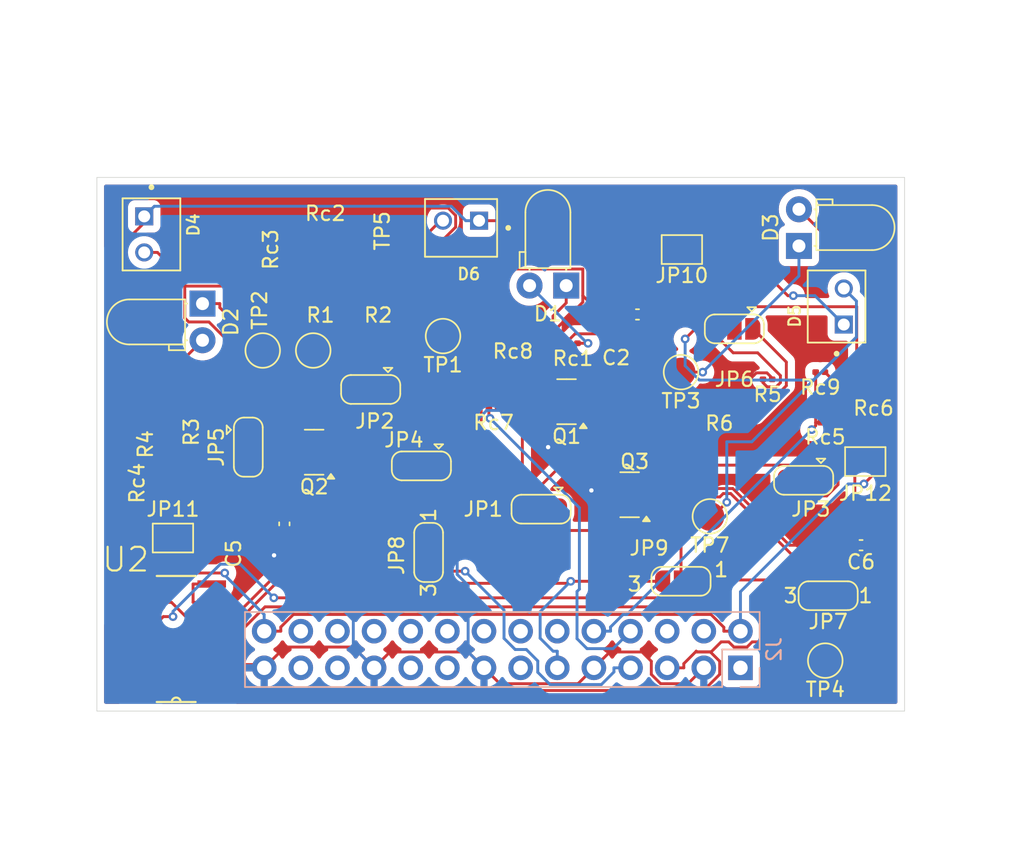
<source format=kicad_pcb>
(kicad_pcb (version 20240108) (generator "pcbnew") (generator_version "8.0")
  (layers (0 "F.Cu" signal) (31 "B.Cu" signal) (34 "B.Paste" user) (35 "F.Paste" user) (36 "B.SilkS" user "B.Silkscreen") (37 "F.SilkS" user "F.Silkscreen") (38 "B.Mask" user) (39 "F.Mask" user) (44 "Edge.Cuts" user))
  (net 0 "")
  (net 1 "Net-(D1-A)")
  (net 2 "Net-(D1-K)")
  (net 3 "Net-(D2-A)")
  (net 4 "Net-(D2-K)")
  (net 5 "Net-(D3-A)")
  (net 6 "Net-(D3-K)")
  (net 7 "PA3")
  (net 8 "3V3")
  (net 9 "Net-(JP10-B)")
  (net 10 "Net-(JP11-B)")
  (net 11 "Net-(JP12-B)")
  (net 12 "Output2")
  (net 13 "GND")
  (net 14 "+3V3")
  (net 15 "Output3")
  (net 16 "OUT1")
  (net 17 "Net-(JP4-B)")
  (net 18 "Net-(JP5-B)")
  (net 19 "Net-(JP6-B)")
  (net 27 "PA4")
  (net 32 "PE14")
  (net 33 "PE15")
  (net 38 "PA5")
  (net 40 "Net-(JP1-A)")
  (net 41 "Net-(JP1-B)")
  (net 42 "Net-(JP1-C)")
  (net 43 "Net-(JP2-C)")
  (net 44 "Net-(JP2-A)")
  (net 45 "Net-(JP2-B)")
  (net 46 "Net-(JP3-A)")
  (net 47 "Net-(JP3-B)")
  (net 48 "Net-(JP3-C)")
  (net 49 "Net-(JP4-A)")
  (net 50 "Net-(JP5-A)")
  (net 51 "Net-(JP6-A)")
  (net 52 "POS1")
  (net 53 "POS2")
  (net 54 "POS3")
  (net 55 "PE13")
  (net 57 "Net-(U2-NEG_2)")
  (footprint "LED_THT:LED_D3.0mm_Horizontal_O1.27mm_Z2.0mm_IRBlack" (layer "F.Cu") (at 56.04 53.55 -90)
    (property "Reference" "D2")
    (property "Value" "TSAL4400")
  )
  (footprint "Resistor_SMD:R_0201_0603Metric" (layer "F.Cu") (at 59.715 49.8 -90)
    (property "Reference" "Rc3")
    (property "Value" "470")
  )
  (footprint "Jumper:SolderJumper-3_P1.3mm_Open_RoundedPad1.0x1.5mm_NumberLabels" (layer "F.Cu") (at 89.215 72.8 180)
    (property "Reference" "JP9")
    (property "Value" "SolderJumper_3_Open" (hide yes))
  )
  (footprint "Capacitor_SMD:C_0402_1005Metric" (layer "F.Cu") (at 101.695 70.3 180)
    (property "Reference" "C6")
    (property "Value" "10n")
  )
  (footprint "LED_THT:LED_D3.0mm_Horizontal_O1.27mm_Z2.0mm_IRBlack" (layer "F.Cu") (at 81.255 52.3 180)
    (property "Reference" "D1")
    (property "Value" "TSAL4400")
  )
  (footprint "Capacitor_SMD:C_0402_1005Metric" (layer "F.Cu") (at 61.715 68.82 -90)
    (property "Reference" "C5")
    (property "Value" "10n")
  )
  (footprint "Resistor_SMD:R_0201_0603Metric" (layer "F.Cu") (at 101.715 58.3 180)
    (property "Reference" "Rc6")
    (property "Value" "20")
  )
  (footprint "Jumper:SolderJumper-2_P1.3mm_Open_TrianglePad1.0x1.5mm" (layer "F.Cu") (at 53.99 69.8)
    (property "Reference" "JP11")
    (property "Value" "SolderJumper_2_Open" (hide yes))
  )
  (footprint "Resistor_SMD:R_0201_0603Metric" (layer "F.Cu") (at 68.215 53.3 180)
    (property "Reference" "R2")
    (property "Value" "150k")
  )
  (footprint "TestPoint:TestPoint_Pad_D2.0mm" (layer "F.Cu") (at 89.215 58.3 180)
    (property "Reference" "TP3")
    (property "Value" "TestPoint" (hide yes))
  )
  (footprint "Jumper:SolderJumper-3_P1.3mm_Open_RoundedPad1.0x1.5mm" (layer "F.Cu") (at 59.215 63.5 -90)
    (property "Reference" "JP5")
    (property "Value" "SolderJumper_3_Open" (hide yes))
  )
  (footprint "Resistor_SMD:R_0201_0603Metric" (layer "F.Cu") (at 95.215 58.8 180)
    (property "Reference" "R5")
    (property "Value" "10k")
  )
  (footprint "Jumper:SolderJumper-3_P1.3mm_Open_RoundedPad1.0x1.5mm" (layer "F.Cu") (at 92.915 55.3 180)
    (property "Reference" "JP6")
    (property "Value" "SolderJumper_3_Open" (hide yes))
  )
  (footprint "TestPoint:TestPoint_Pad_D2.0mm" (layer "F.Cu") (at 72.715 55.8 180)
    (property "Reference" "TP1")
    (property "Value" "TestPoint")
  )
  (footprint "Jumper:SolderJumper-3_P1.3mm_Open_RoundedPad1.0x1.5mm" (layer "F.Cu") (at 67.7 59.5 180)
    (property "Reference" "JP2")
    (property "Value" "SolderJumper_3_Open" (hide yes))
  )
  (footprint "Jumper:SolderJumper-3_P1.3mm_Open_RoundedPad1.0x1.5mm" (layer "F.Cu") (at 79.515 67.8 180)
    (property "Reference" "JP1")
    (property "Value" "SolderJumper_3_Open" (hide yes))
  )
  (footprint "Resistor_SMD:R_0201_0603Metric" (layer "F.Cu") (at 81.715 56.3 180)
    (property "Reference" "Rc1")
    (property "Value" "20")
  )
  (footprint "Resistor_SMD:R_0201_0603Metric" (layer "F.Cu") (at 54.215 62.455 -90)
    (property "Reference" "R3")
    (property "Value" "10k")
  )
  (footprint "Resistor_SMD:R_0201_0603Metric" (layer "F.Cu") (at 64.715 48.8 180)
    (property "Reference" "Rc2")
    (property "Value" "1k")
  )
  (footprint "TestPoint:TestPoint_Pad_D2.0mm" (layer "F.Cu") (at 99.215 78.3 180)
    (property "Reference" "TP4")
    (property "Value" "TestPoint" (hide yes))
  )
  (footprint "TestPoint:TestPoint_Pad_D2.0mm" (layer "F.Cu") (at 91.215 68.3 180)
    (property "Reference" "TP7")
    (property "Value" "TestPoint" (hide yes))
  )
  (footprint "Jumper:SolderJumper-3_P1.3mm_Open_RoundedPad1.0x1.5mm" (layer "F.Cu") (at 71.215 64.8 180)
    (property "Reference" "JP4")
    (property "Value" "SolderJumper_3_Open" (hide yes))
  )
  (footprint "BPW41N:DIO_BPW41N" (layer "F.Cu") (at 73.965 47.8 180)
    (property "Reference" "D6")
    (property "Value" "BPW41N")
  )
  (footprint "Resistor_SMD:R_0201_0603Metric" (layer "F.Cu") (at 77.56 55.8 180)
    (property "Reference" "Rc8")
    (property "Value" "1k")
  )
  (footprint "Resistor_SMD:R_0201_0603Metric" (layer "F.Cu") (at 76.215 60.8 180)
    (property "Reference" "Rc7")
    (property "Value" "470")
  )
  (footprint "Resistor_SMD:R_0201_0603Metric" (layer "F.Cu") (at 51.035 63.3 -90)
    (property "Reference" "R4")
    (property "Value" "150k")
  )
  (footprint "Capacitor_SMD:C_0402_1005Metric" (layer "F.Cu") (at 86.195 54.3 180)
    (property "Reference" "C2")
    (property "Value" "10n")
  )
  (footprint "Jumper:SolderJumper-3_P1.3mm_Open_RoundedPad1.0x1.5mm_NumberLabels" (layer "F.Cu") (at 71.715 70.8 -90)
    (property "Reference" "JP8")
    (property "Value" "SolderJumper_3_Open" (hide yes))
  )
  (footprint "BPW41N:DIO_BPW41N" (layer "F.Cu") (at 52 48.75 -90)
    (property "Reference" "D4")
    (property "Value" "BPW41N")
  )
  (footprint "Jumper:SolderJumper-3_P1.3mm_Open_RoundedPad1.0x1.5mm" (layer "F.Cu") (at 97.715 65.8 180)
    (property "Reference" "JP3")
    (property "Value" "SolderJumper_3_Open" (hide yes))
  )
  (footprint "LED_THT:LED_D3.0mm_Horizontal_O1.27mm_Z2.0mm_IRBlack" (layer "F.Cu") (at 97.39 49.55 90)
    (property "Reference" "D3")
    (property "Value" "TSAL4400")
  )
  (footprint "BPW41N:DIO_BPW41N" (layer "F.Cu") (at 100.5 53.75 90)
    (property "Reference" "D5")
    (property "Value" "BPW41N")
  )
  (footprint "Resistor_SMD:R_0201_0603Metric" (layer "F.Cu") (at 98.87 58.3 180)
    (property "Reference" "Rc9")
    (property "Value" "470")
  )
  (footprint "Resistor_SMD:R_0201_0603Metric" (layer "F.Cu") (at 50.715 65.955 -90)
    (property "Reference" "Rc4")
    (property "Value" "20")
  )
  (footprint "Jumper:SolderJumper-2_P1.3mm_Open_TrianglePad1.0x1.5mm" (layer "F.Cu") (at 89.275 49.8 180)
    (property "Reference" "JP10")
    (property "Value" "SolderJumper_2_Open" (hide yes))
  )
  (footprint "LM324DT:SOIC127P600X175-14N" (layer "F.Cu") (at 54.215 76.8 180)
    (property "Reference" "U2")
    (property "Value" "LM324DT" (hide yes))
  )
  (footprint "Package_TO_SOT_SMD:SOT-23" (layer "F.Cu") (at 63.7775 63.85 180)
    (property "Reference" "Q2")
    (property "Value" "SS8050" (hide yes))
  )
  (footprint "Package_TO_SOT_SMD:SOT-23" (layer "F.Cu") (at 85.6525 66.8 180)
    (property "Reference" "Q3")
    (property "Value" "SS8050" (hide yes))
  )
  (footprint "Resistor_SMD:R_0201_0603Metric" (layer "F.Cu") (at 99.215 61.8 180)
    (property "Reference" "Rc5")
    (property "Value" "1k")
  )
  (footprint "TestPoint:TestPoint_Pad_D2.0mm" (layer "F.Cu") (at 63.715 56.8 -90)
    (property "Reference" "TP5")
    (property "Value" "TestPoint" (hide yes))
  )
  (footprint "Jumper:SolderJumper-2_P1.3mm_Open_TrianglePad1.0x1.5mm" (layer "F.Cu") (at 101.99 64.5 180)
    (property "Reference" "JP12")
    (property "Value" "SolderJumper_2_Open" (hide yes))
  )
  (footprint "TestPoint:TestPoint_Pad_D2.0mm" (layer "F.Cu") (at 60.215 56.8 -90)
    (property "Reference" "TP2")
    (property "Value" "TestPoint" (hide yes))
  )
  (footprint "Resistor_SMD:R_0201_0603Metric" (layer "F.Cu") (at 91.87 60.8 180)
    (property "Reference" "R6")
    (property "Value" "150k")
  )
  (footprint "Resistor_SMD:R_0201_0603Metric" (layer "F.Cu") (at 64.215 53.3 180)
    (property "Reference" "R1")
    (property "Value" "10k")
  )
  (footprint "Jumper:SolderJumper-3_P1.3mm_Open_RoundedPad1.0x1.5mm_NumberLabels" (layer "F.Cu") (at 99.415 73.8 180)
    (property "Reference" "JP7")
    (property "Value" "SolderJumper_3_Open" (hide yes))
  )
  (footprint "Package_TO_SOT_SMD:SOT-23" (layer "F.Cu") (at 81.2775 60.35 180)
    (property "Reference" "Q1")
    (property "Value" "SS8050" (hide yes))
  )
  (footprint "Connector_PinHeader_2.54mm:PinHeader_2x14_P2.54mm_Vertical" (layer "B.Cu") (at 93.335 78.8 90)
    (property "Reference" "J2")
    (property "Value" "Conn_02x14_Odd_Even" (hide yes))
  )
  (gr_rect (start 48.715 44.8) (end 104.715 81.8) (stroke (width 0.05)) (fill none) (layer "Edge.Cuts"))
  (segment (start 82.035 56.3) (end 82.7673 56.3) (width 0.2) (layer "F.Cu") (net 1))
  (via (at 82.7673 56.3) (size 0.6) (drill 0.3) (layers "F.Cu" "B.Cu") (net 1))
  (segment (start 82.715 56.3) (end 82.7673 56.3) (width 0.2) (layer "B.Cu") (net 1))
  (segment (start 78.715 52.3) (end 82.715 56.3) (width 0.2) (layer "B.Cu") (net 1))
  (segment (start 73.6341 54.8809) (end 80.34 54.8809) (width 0.2) (layer "F.Cu") (net 2))
  (segment (start 72.715 55.8) (end 73.6341 54.8809) (width 0.2) (layer "F.Cu") (net 2))
  (segment (start 81.255 52.3) (end 81.255 53.5017) (width 0.2) (layer "F.Cu") (net 2))
  (segment (start 80.34 54.4167) (end 81.255 53.5017) (width 0.2) (layer "F.Cu") (net 2))
  (segment (start 80.34 54.8809) (end 80.34 54.4167) (width 0.2) (layer "F.Cu") (net 2))
  (segment (start 80.34 54.8809) (end 80.34 60.35) (width 0.2) (layer "F.Cu") (net 2))
  (segment (start 50.715 65.635) (end 50.0825 65.0025) (width 0.2) (layer "F.Cu") (net 3))
  (segment (start 50.0825 62.0475) (end 56.04 56.09) (width 0.2) (layer "F.Cu") (net 3))
  (segment (start 50.0825 65.0025) (end 50.0825 62.0475) (width 0.2) (layer "F.Cu") (net 3))
  (segment (start 57.2417 53.55) (end 57.2417 53.8267) (width 0.2) (layer "F.Cu") (net 4))
  (segment (start 62.84 59.425) (end 60.215 56.8) (width 0.2) (layer "F.Cu") (net 4))
  (segment (start 56.04 53.55) (end 57.2417 53.55) (width 0.2) (layer "F.Cu") (net 4))
  (segment (start 62.84 63.85) (end 62.84 59.425) (width 0.2) (layer "F.Cu") (net 4))
  (segment (start 57.2417 53.8267) (end 60.215 56.8) (width 0.2) (layer "F.Cu") (net 4))
  (segment (start 102.035 58.3) (end 102.035 51.655) (width 0.2) (layer "F.Cu") (net 5))
  (segment (start 102.035 51.655) (end 97.39 47.01) (width 0.2) (layer "F.Cu") (net 5))
  (segment (start 84.715 66.8) (end 84.715 62.8) (width 0.2) (layer "F.Cu") (net 6))
  (segment (start 84.715 62.8) (end 89.215 58.3) (width 0.2) (layer "F.Cu") (net 6))
  (segment (start 89.215 58.3) (end 90.7186 58.3) (width 0.2) (layer "F.Cu") (net 6))
  (via (at 90.7186 58.3) (size 0.6) (drill 0.3) (layers "F.Cu" "B.Cu") (net 6))
  (segment (start 97.39 51.6286) (end 90.7186 58.3) (width 0.2) (layer "B.Cu") (net 6))
  (segment (start 97.39 49.55) (end 97.39 51.6286) (width 0.2) (layer "B.Cu") (net 6))
  (segment (start 94.150635 77) (end 94.915 77) (width 0.2) (layer "F.Cu") (net 7))
  (segment (start 94.915 77) (end 98.115 73.8) (width 0.2) (layer "F.Cu") (net 7))
  (segment (start 90.3221 77.7) (end 91.3 77.7) (width 0.2) (layer "F.Cu") (net 7))
  (segment (start 88.255 78.8) (end 89.4067 78.8) (width 0.2) (layer "F.Cu") (net 7))
  (segment (start 92 77) (end 92.519365 77) (width 0.2) (layer "F.Cu") (net 7))
  (segment (start 57.9711 80.61) (end 57.9711 80.3719) (width 0.2) (layer "F.Cu") (net 7))
  (segment (start 56.6788 80.61) (end 57.9711 80.61) (width 0.2) (layer "F.Cu") (net 7))
  (segment (start 89.4067 78.512) (end 90.2704 77.6483) (width 0.2) (layer "F.Cu") (net 7))
  (segment (start 90.778735 80.3719) (end 91.895 79.255635) (width 0.2) (layer "F.Cu") (net 7))
  (segment (start 93.790635 77.36) (end 94.150635 77) (width 0.2) (layer "F.Cu") (net 7))
  (segment (start 90.2704 77.6483) (end 90.3221 77.7) (width 0.2) (layer "F.Cu") (net 7))
  (segment (start 90.31105 77.68895) (end 90.2704 77.6483) (width 0.2) (layer "F.Cu") (net 7))
  (segment (start 57.9711 80.3719) (end 57.9711 79.34) (width 0.2) (layer "F.Cu") (net 7))
  (segment (start 91.239585 77.68895) (end 90.31105 77.68895) (width 0.2) (layer "F.Cu") (net 7))
  (segment (start 91.895 79.255635) (end 91.895 78.344365) (width 0.2) (layer "F.Cu") (net 7))
  (segment (start 57.9711 80.3719) (end 90.778735 80.3719) (width 0.2) (layer "F.Cu") (net 7))
  (segment (start 56.6788 79.34) (end 57.9711 79.34) (width 0.2) (layer "F.Cu") (net 7))
  (segment (start 92.519365 77) (end 92.879365 77.36) (width 0.2) (layer "F.Cu") (net 7))
  (segment (start 89.4067 78.8) (end 89.4067 78.512) (width 0.2) (layer "F.Cu") (net 7))
  (segment (start 91.3 77.7) (end 92 77) (width 0.2) (layer "F.Cu") (net 7))
  (segment (start 92.879365 77.36) (end 93.790635 77.36) (width 0.2) (layer "F.Cu") (net 7))
  (segment (start 91.895 78.344365) (end 91.239585 77.68895) (width 0.2) (layer "F.Cu") (net 7))
  (segment (start 81.395 56.3) (end 81.395 56.1132) (width 0.2) (layer "F.Cu") (net 8))
  (segment (start 50.715 66.275) (end 50.715 67.25) (width 0.2) (layer "F.Cu") (net 8))
  (segment (start 61.4667 76.26) (end 61.4667 75.9721) (width 0.2) (layer "F.Cu") (net 8))
  (segment (start 101.395 53.7645) (end 101.395 58.3) (width 0.2) (layer "F.Cu") (net 8))
  (segment (start 89.94 52.0177) (end 89.94 49.8) (width 0.2) (layer "F.Cu") (net 8))
  (segment (start 89.94 52.0177) (end 91.6868 53.7645) (width 0.2) (layer "F.Cu") (net 8))
  (segment (start 55.223 72.2256) (end 57.5791 72.2256) (width 0.2) (layer "F.Cu") (net 8))
  (segment (start 91.6868 53.7645) (end 101.395 53.7645) (width 0.2) (layer "F.Cu") (net 8))
  (segment (start 102.715 65.2351) (end 101.8972 66.0529) (width 0.2) (layer "F.Cu") (net 8))
  (segment (start 93.335 76.26) (end 92.1833 76.26) (width 0.2) (layer "F.Cu") (net 8))
  (segment (start 81.8653 55.6429) (end 86.3148 55.6429) (width 0.2) (layer "F.Cu") (net 8))
  (segment (start 102.715 64.8) (end 102.715 63.7626) (width 0.2) (layer "F.Cu") (net 8))
  (segment (start 81.395 56.1132) (end 81.8653 55.6429) (width 0.2) (layer "F.Cu") (net 8))
  (segment (start 102.715 63.7626) (end 101.395 62.4426) (width 0.2) (layer "F.Cu") (net 8))
  (segment (start 92.1833 75.9915) (end 92.1833 76.26) (width 0.2) (layer "F.Cu") (net 8))
  (segment (start 101.395 62.4426) (end 101.395 58.3) (width 0.2) (layer "F.Cu") (net 8))
  (segment (start 91.2909 75.0991) (end 92.1833 75.9915) (width 0.2) (layer "F.Cu") (net 8))
  (segment (start 60.315 76.26) (end 61.4667 76.26) (width 0.2) (layer "F.Cu") (net 8))
  (segment (start 62.3397 75.0991) (end 91.2909 75.0991) (width 0.2) (layer "F.Cu") (net 8))
  (segment (start 53.265 69.8) (end 53.265 70.2676) (width 0.2) (layer "F.Cu") (net 8))
  (segment (start 50.715 67.25) (end 53.265 69.8) (width 0.2) (layer "F.Cu") (net 8))
  (segment (start 102.715 64.8) (end 102.715 65.2351) (width 0.2) (layer "F.Cu") (net 8))
  (segment (start 61.4667 75.9721) (end 62.3397 75.0991) (width 0.2) (layer "F.Cu") (net 8))
  (segment (start 86.3148 55.6429) (end 89.94 52.0177) (width 0.2) (layer "F.Cu") (net 8))
  (segment (start 53.265 70.2676) (end 55.223 72.2256) (width 0.2) (layer "F.Cu") (net 8))
  (via (at 57.5791 72.2256) (size 0.6) (drill 0.3) (layers "F.Cu" "B.Cu") (net 8))
  (via (at 101.8972 66.0529) (size 0.6) (drill 0.3) (layers "F.Cu" "B.Cu") (net 8))
  (segment (start 93.335 76.26) (end 93.335 73.5253) (width 0.2) (layer "B.Cu") (net 8))
  (segment (start 100.8074 66.0529) (end 101.8972 66.0529) (width 0.2) (layer "B.Cu") (net 8))
  (segment (start 60.315 75.1083) (end 57.5791 72.3724) (width 0.2) (layer "B.Cu") (net 8))
  (segment (start 93.335 73.5253) (end 100.8074 66.0529) (width 0.2) (layer "B.Cu") (net 8))
  (segment (start 60.315 76.26) (end 60.315 75.1083) (width 0.2) (layer "B.Cu") (net 8))
  (segment (start 57.5791 72.3724) (end 57.5791 72.2256) (width 0.2) (layer "B.Cu") (net 8))
  (segment (start 86.675 50.8133) (end 87.6883 49.8) (width 0.2) (layer "F.Cu") (net 9))
  (segment (start 88.49 49.8) (end 87.6883 49.8) (width 0.2) (layer "F.Cu") (net 9))
  (segment (start 86.675 54.3) (end 86.675 50.8133) (width 0.2) (layer "F.Cu") (net 9))
  (segment (start 61.715 68.34) (end 62.3358 68.9608) (width 0.2) (layer "F.Cu") (net 10))
  (segment (start 54.715 69.8) (end 55.5167 69.8) (width 0.2) (layer "F.Cu") (net 10))
  (segment (start 62.3358 69.6173) (end 62.0389 69.9142) (width 0.2) (layer "F.Cu") (net 10))
  (segment (start 55.6309 69.9142) (end 55.5167 69.8) (width 0.2) (layer "F.Cu") (net 10))
  (segment (start 62.3358 68.9608) (end 62.3358 69.6173) (width 0.2) (layer "F.Cu") (net 10))
  (segment (start 62.0389 69.9142) (end 55.6309 69.9142) (width 0.2) (layer "F.Cu") (net 10))
  (segment (start 101.265 69.39) (end 101.265 64.8) (width 0.2) (layer "F.Cu") (net 11))
  (segment (start 102.175 70.3) (end 101.265 69.39) (width 0.2) (layer "F.Cu") (net 11))
  (segment (start 57.7846 56.1207) (end 57.7846 58.0547) (width 0.2) (layer "F.Cu") (net 12))
  (segment (start 61.2315 64.4648) (end 63.673 64.4648) (width 0.2) (layer "F.Cu") (net 12))
  (segment (start 60.2667 63.5) (end 61.2315 64.4648) (width 0.2) (layer "F.Cu") (net 12))
  (segment (start 59.2484 52.3334) (end 63.715 56.8) (width 0.2) (layer "F.Cu") (net 12))
  (segment (start 54.8103 51.8953) (end 54.8103 52.3334) (width 0.2) (layer "F.Cu") (net 12))
  (segment (start 63.673 64.4648) (end 63.9564 64.1814) (width 0.2) (layer "F.Cu") (net 12))
  (segment (start 57.7846 58.0547) (end 60.2667 60.5368) (width 0.2) (layer "F.Cu") (net 12))
  (segment (start 71.715 70.8) (end 72.7667 70.8) (width 0.2) (layer "F.Cu") (net 12))
  (segment (start 59.215 63.5) (end 60.2667 63.5) (width 0.2) (layer "F.Cu") (net 12))
  (segment (start 60.2667 60.5368) (end 60.2667 63.5) (width 0.2) (layer "F.Cu") (net 12))
  (segment (start 52 50) (end 52.915 50) (width 0.2) (layer "F.Cu") (net 12))
  (segment (start 52.915 50) (end 54.8103 51.8953) (width 0.2) (layer "F.Cu") (net 12))
  (segment (start 72.7667 69.1624) (end 72.7667 70.8) (width 0.2) (layer "F.Cu") (net 12))
  (segment (start 56.4838 54.8199) (end 57.7846 56.1207) (width 0.2) (layer "F.Cu") (net 12))
  (segment (start 55.0832 54.8199) (end 56.4838 54.8199) (width 0.2) (layer "F.Cu") (net 12))
  (segment (start 54.8103 52.3334) (end 54.8103 54.547) (width 0.2) (layer "F.Cu") (net 12))
  (segment (start 54.8103 52.3334) (end 59.2484 52.3334) (width 0.2) (layer "F.Cu") (net 12))
  (segment (start 54.8103 54.547) (end 55.0832 54.8199) (width 0.2) (layer "F.Cu") (net 12))
  (segment (start 63.9564 64.1814) (end 67.7857 64.1814) (width 0.2) (layer "F.Cu") (net 12))
  (segment (start 67.7857 64.1814) (end 72.7667 69.1624) (width 0.2) (layer "F.Cu") (net 12))
  (segment (start 51.035 62.98) (end 50.835001 62.98) (width 0.2) (layer "F.Cu") (net 13))
  (segment (start 61.740424 67.5) (end 61.5 67.5) (width 0.2) (layer "F.Cu") (net 13))
  (segment (start 50.585 63.897746) (end 52.687254 66) (width 0.2) (layer "F.Cu") (net 13))
  (segment (start 82.405 51.15) (end 82.405 53) (width 0.2) (layer "F.Cu") (net 13))
  (segment (start 82.405 53) (end 82.405 53.45) (width 0.2) (layer "F.Cu") (net 13))
  (segment (start 61.542254 46.925) (end 73.077437 46.925) (width 0.2) (layer "F.Cu") (net 13))
  (segment (start 85.5 65.5) (end 88 63) (width 0.2) (layer "F.Cu") (net 13))
  (segment (start 85.6025 66.169842) (end 85.6025 65.3975) (width 0.2) (layer "F.Cu") (net 13))
  (segment (start 85.6025 65.3975) (end 88 63) (width 0.2) (layer "F.Cu") (net 13))
  (segment (start 73.077437 46.925) (end 73.59 47.437563) (width 0.2) (layer "F.Cu") (net 13))
  (segment (start 62.6858 69.762275) (end 62.6858 68.445376) (width 0.2) (layer "F.Cu") (net 13))
  (segment (start 64.2 64.8) (end 64.715 64.8) (width 0.2) (layer "F.Cu") (net 13))
  (segment (start 95.535 58.8) (end 95.535 58.712254) (width 0.2) (layer "F.Cu") (net 13))
  (segment (start 86.510635 77.7) (end 87.155 78.344365) (width 0.2) (layer "F.Cu") (net 13))
  (segment (start 87.799365 79.9) (end 89.695 79.9) (width 0.2) (layer "F.Cu") (net 13))
  (segment (start 92.806974 66.3699) (end 90.809226 66.3699) (width 0.2) (layer "F.Cu") (net 13))
  (segment (start 101.215 70.3) (end 96.737074 70.3) (width 0.2) (layer "F.Cu") (net 13))
  (segment (start 61 71) (end 61.448075 71) (width 0.2) (layer "F.Cu") (net 13))
  (segment (start 60.5 67.5) (end 61.5 67.5) (width 0.2) (layer "F.Cu") (net 13))
  (segment (start 64.535 53.3) (end 64.535 52.980974) (width 0.2) (layer "F.Cu") (net 13))
  (segment (start 68.535 53.3) (end 68.535 53.62) (width 0.2) (layer "F.Cu") (net 13))
  (segment (start 89.695 79.9) (end 90.795 78.8) (width 0.2) (layer "F.Cu") (net 13))
  (segment (start 84.275 77.7) (end 86.510635 77.7) (width 0.2) (layer "F.Cu") (net 13))
  (segment (start 86.59 67.75) (end 86.59 67.157342) (width 0.2) (layer "F.Cu") (net 13))
  (segment (start 75.597233 51.15) (end 82.405 51.15) (width 0.2) (layer "F.Cu") (net 13))
  (segment (start 83.175 78.8) (end 82.075 79.9) (width 0.2) (layer "F.Cu") (net 13))
  (segment (start 60.259213 51.972987) (end 58.832 50.545774) (width 0.2) (layer "F.Cu") (net 13))
  (segment (start 87.155 79.255635) (end 87.799365 79.9) (width 0.2) (layer "F.Cu") (net 13))
  (segment (start 86.59 67.75) (end 84.25 67.75) (width 0.2) (layer "F.Cu") (net 13))
  (segment (start 74.455 77.7) (end 75.555 78.8) (width 0.2) (layer "F.Cu") (net 13))
  (segment (start 82.215 61.3) (end 80.015 63.5) (width 0.2) (layer "F.Cu") (net 13))
  (segment (start 64.715 64.8) (end 63.954909 65.560091) (width 0.2) (layer "F.Cu") (net 13))
  (segment (start 50.835001 62.98) (end 50.585 63.230001) (width 0.2) (layer "F.Cu") (net 13))
  (segment (start 84.25 67.75) (end 83 66.5) (width 0.2) (layer "F.Cu") (net 13))
  (segment (start 63.515 66) (end 64.715 64.8) (width 0.2) (layer "F.Cu") (net 13))
  (segment (start 60.315 78.8) (end 61.755 77.36) (width 0.2) (layer "F.Cu") (net 13))
  (segment (start 95.172746 58.35) (end 94.440001 58.35) (width 0.2) (layer "F.Cu") (net 13))
  (segment (start 61.5 67.5) (end 64.2 64.8) (width 0.2) (layer "F.Cu") (net 13))
  (segment (start 52.687254 66) (end 63.515 66) (width 0.2) (layer "F.Cu") (net 13))
  (segment (start 64.535 52.980974) (end 63.527013 51.972987) (width 0.2) (layer "F.Cu") (net 13))
  (segment (start 96.737074 70.3) (end 92.806974 66.3699) (width 0.2) (layer "F.Cu") (net 13))
  (segment (start 68.535 53.62) (end 71.465 56.55) (width 0.2) (layer "F.Cu") (net 13))
  (segment (start 95.535 58.712254) (end 95.172746 58.35) (width 0.2) (layer "F.Cu") (net 13))
  (segment (start 61.715 69.3) (end 60.5 68.085) (width 0.2) (layer "F.Cu") (net 13))
  (segment (start 80.015 63.5) (end 80 63.5) (width 0.2) (layer "F.Cu") (net 13))
  (segment (start 73.59 47.437563) (end 73.59 48.245) (width 0.2) (layer "F.Cu") (net 13))
  (segment (start 87.111784 67.679126) (end 85.6025 66.169842) (width 0.2) (layer "F.Cu") (net 13))
  (segment (start 58.832 49.635254) (end 61.542254 46.925) (width 0.2) (layer "F.Cu") (net 13))
  (segment (start 60.315 78.8) (end 60.089 78.574) (width 0.2) (layer "F.Cu") (net 13))
  (segment (start 90.65 60.35) (end 91.939999 60.35) (width 0.2) (layer "F.Cu") (net 13))
  (segment (start 53.5 63) (end 53.5 62.510374) (width 0.2) (layer "F.Cu") (net 13))
  (segment (start 61.755 77.36) (end 66.495 77.36) (width 0.2) (layer "F.Cu") (net 13))
  (segment (start 82.075 79.9) (end 76.655 79.9) (width 0.2) (layer "F.Cu") (net 13))
  (segment (start 61.448075 71) (end 62.6858 69.762275) (width 0.2) (layer "F.Cu") (net 13))
  (segment (start 89.5 67.679126) (end 87.111784 67.679126) (width 0.2) (layer "F.Cu") (net 13))
  (segment (start 88 63) (end 90.65 60.35) (width 0.2) (layer "F.Cu") (net 13))
  (segment (start 50.585 63.230001) (end 50.585 63.897746) (width 0.2) (layer "F.Cu") (net 13))
  (segment (start 62.6858 68.445376) (end 61.740424 67.5) (width 0.2) (layer "F.Cu") (net 13))
  (segment (start 80.69 59.392658) (end 82.215 60.917658) (width 0.2) (layer "F.Cu") (net 13))
  (segment (start 60.089 78.574) (end 53.5252 78.574) (width 0.2) (layer "F.Cu") (net 13))
  (segment (start 71.465 55.282233) (end 75.597233 51.15) (width 0.2) (layer "F.Cu") (net 13))
  (segment (start 87.155 78.344365) (end 87.155 79.255635) (width 0.2) (layer "F.Cu") (net 13))
  (segment (start 83.705 54.3) (end 82.405 53) (width 0.2) (layer "F.Cu") (net 13))
  (segment (start 63.954909 65.560091) (end 56.060091 65.560091) (width 0.2) (layer "F.Cu") (net 13))
  (segment (start 82.405 53.45) (end 80.69 55.165) (width 0.2) (layer "F.Cu") (net 13))
  (segment (start 53.5 62.510374) (end 53.875374 62.135) (width 0.2) (layer "F.Cu") (net 13))
  (segment (start 53.875374 62.135) (end 54.215 62.135) (width 0.2) (layer "F.Cu") (net 13))
  (segment (start 82.215 60.917658) (end 82.215 61.3) (width 0.2) (layer "F.Cu") (net 13))
  (segment (start 51.7512 76.8) (end 51.7512 79.34) (width 0.2) (layer "F.Cu") (net 13))
  (segment (start 90.809226 66.3699) (end 89.5 67.679126) (width 0.2) (layer "F.Cu") (net 13))
  (segment (start 67.935 78.8) (end 69.035 77.7) (width 0.2) (layer "F.Cu") (net 13))
  (segment (start 60.5 68.085) (end 60.5 67.5) (width 0.2) (layer "F.Cu") (net 13))
  (segment (start 85.5 66.067342) (end 85.5 65.5) (width 0.2) (layer "F.Cu") (net 13))
  (segment (start 56.060091 65.560091) (end 53.5 63) (width 0.2) (layer "F.Cu") (net 13))
  (segment (start 63.527013 51.972987) (end 60.259213 51.972987) (width 0.2) (layer "F.Cu") (net 13))
  (segment (start 85.715 54.3) (end 83.705 54.3) (width 0.2) (layer "F.Cu") (net 13))
  (segment (start 73.59 48.245) (end 68.535 53.3) (width 0.2) (layer "F.Cu") (net 13))
  (segment (start 58.832 50.545774) (end 58.832 49.635254) (width 0.2) (layer "F.Cu") (net 13))
  (segment (start 71.465 56.55) (end 71.465 55.282233) (width 0.2) (layer "F.Cu") (net 13))
  (segment (start 66.495 77.36) (end 67.935 78.8) (width 0.2) (layer "F.Cu") (net 13))
  (segment (start 80.69 55.165) (end 80.69 59.392658) (width 0.2) (layer "F.Cu") (net 13))
  (segment (start 91.939999 60.35) (end 92.19 60.600001) (width 0.2) (layer "F.Cu") (net 13))
  (segment (start 76.655 79.9) (end 75.555 78.8) (width 0.2) (layer "F.Cu") (net 13))
  (segment (start 86.59 67.157342) (end 85.5 66.067342) (width 0.2) (layer "F.Cu") (net 13))
  (segment (start 53.5252 78.574) (end 51.7512 76.8) (width 0.2) (layer "F.Cu") (net 13))
  (segment (start 69.035 77.7) (end 74.455 77.7) (width 0.2) (layer "F.Cu") (net 13))
  (segment (start 94.440001 58.35) (end 92.19 60.600001) (width 0.2) (layer "F.Cu") (net 13))
  (segment (start 83.175 78.8) (end 84.275 77.7) (width 0.2) (layer "F.Cu") (net 13))
  (via (at 83 66.5) (size 0.6) (drill 0.3) (layers "F.Cu" "B.Cu") (net 13))
  (via (at 80 63.5) (size 0.6) (drill 0.3) (layers "F.Cu" "B.Cu") (net 13))
  (via (at 61 71) (size 0.6) (drill 0.3) (layers "F.Cu" "B.Cu") (net 13))
  (segment (start 74.455 77.7) (end 74.455 73.086518) (width 0.2) (layer "B.Cu") (net 13))
  (segment (start 74.455 73.086518) (end 73.6963 72.327818) (width 0.2) (layer "B.Cu") (net 13))
  (segment (start 77.4541 60.9541) (end 83 66.5) (width 0.2) (layer "B.Cu") (net 13))
  (segment (start 73.6963 63.001082) (end 75.743282 60.9541) (width 0.2) (layer "B.Cu") (net 13))
  (segment (start 80 63.5) (end 83 66.5) (width 0.2) (layer "B.Cu") (net 13))
  (segment (start 75.555 78.8) (end 74.455 77.7) (width 0.2) (layer "B.Cu") (net 13))
  (segment (start 67.935 78.8) (end 66.495 77.36) (width 0.2) (layer "B.Cu") (net 13))
  (segment (start 66.495 75.495) (end 62 71) (width 0.2) (layer "B.Cu") (net 13))
  (segment (start 62 71) (end 61 71) (width 0.2) (layer "B.Cu") (net 13))
  (segment (start 73.6963 72.327818) (end 73.6963 63.001082) (width 0.2) (layer "B.Cu") (net 13))
  (segment (start 75.743282 60.9541) (end 77.4541 60.9541) (width 0.2) (layer "B.Cu") (net 13))
  (segment (start 66.495 77.36) (end 66.495 75.495) (width 0.2) (layer "B.Cu") (net 13))
  (segment (start 50.6238 76.0997) (end 53.0286 76.0997) (width 0.2) (layer "F.Cu") (net 14))
  (segment (start 91.4231 47.8) (end 75.215 47.8) (width 0.2) (layer "F.Cu") (net 14))
  (segment (start 53.7289 76.8) (end 56.6788 76.8) (width 0.2) (layer "F.Cu") (net 14))
  (segment (start 52 47.9417) (end 49.6279 50.3138) (width 0.2) (layer "F.Cu") (net 14))
  (segment (start 49.6279 50.3138) (end 49.6279 75.1038) (width 0.2) (layer "F.Cu") (net 14))
  (segment (start 97 53) (end 96.6231 53) (width 0.2) (layer "F.Cu") (net 14))
  (segment (start 52 47.5) (end 52 47.9417) (width 0.2) (layer "F.Cu") (net 14))
  (segment (start 96.6231 53) (end 91.4231 47.8) (width 0.2) (layer "F.Cu") (net 14))
  (segment (start 53.0286 76.0997) (end 53.7289 76.8) (width 0.2) (layer "F.Cu") (net 14))
  (segment (start 49.6279 75.1038) (end 50.6238 76.0997) (width 0.2) (layer "F.Cu") (net 14))
  (via (at 97 53) (size 0.6) (drill 0.3) (layers "F.Cu" "B.Cu") (net 14))
  (segment (start 52 47.5) (end 52.7 46.8) (width 0.2) (layer "B.Cu") (net 14))
  (segment (start 74.2883 47.8) (end 75.215 47.8) (width 0.2) (layer "B.Cu") (net 14))
  (segment (start 73.2883 46.8) (end 74.2883 47.8) (width 0.2) (layer "B.Cu") (net 14))
  (segment (start 97 53) (end 98.5 53) (width 0.2) (layer "B.Cu") (net 14))
  (segment (start 52.7 46.8) (end 73.2883 46.8) (width 0.2) (layer "B.Cu") (net 14))
  (segment (start 98.5 53) (end 100.5 55) (width 0.2) (layer "B.Cu") (net 14))
  (segment (start 92.915 54.35) (end 92.915 55.3) (width 0.2) (layer "F.Cu") (net 15))
  (segment (start 91.205 54.295) (end 92.86 54.295) (width 0.2) (layer "F.Cu") (net 15))
  (segment (start 91.4082 68.3) (end 91.215 68.3) (width 0.2) (layer "F.Cu") (net 15))
  (segment (start 92.86 54.295) (end 92.915 54.35) (width 0.2) (layer "F.Cu") (net 15))
  (segment (start 89.5 56) (end 91.205 54.295) (width 0.2) (layer "F.Cu") (net 15))
  (segment (start 89.215 70.3) (end 89.215 72.8) (width 0.2) (layer "F.Cu") (net 15))
  (segment (start 91.215 68.3) (end 89.215 70.3) (width 0.2) (layer "F.Cu") (net 15))
  (segment (start 92.3866 67.3216) (end 91.4082 68.3) (width 0.2) (layer "F.Cu") (net 15))
  (via (at 89.5 56) (size 0.6) (drill 0.3) (layers "F.Cu" "B.Cu") (net 15))
  (via (at 92.3866 67.3216) (size 0.6) (drill 0.3) (layers "F.Cu" "B.Cu") (net 15))
  (segment (start 101.375 55.875) (end 98.4 58.85) (width 0.2) (layer "B.Cu") (net 15))
  (segment (start 94.1216 63.1284) (end 101.375 55.875) (width 0.2) (layer "B.Cu") (net 15))
  (segment (start 89.5 57.859218) (end 89.5 56) (width 0.2) (layer "B.Cu") (net 15))
  (segment (start 92.3866 63.1284) (end 94.1216 63.1284) (width 0.2) (layer "B.Cu") (net 15))
  (segment (start 101.375 55.875) (end 101.375 53.375) (width 0.2) (layer "B.Cu") (net 15))
  (segment (start 92.3866 63.1284) (end 92.3866 67.3216) (width 0.2) (layer "B.Cu") (net 15))
  (segment (start 90.490782 58.85) (end 89.5 57.859218) (width 0.2) (layer "B.Cu") (net 15))
  (segment (start 98.4 58.85) (end 90.490782 58.85) (width 0.2) (layer "B.Cu") (net 15))
  (segment (start 101.375 53.375) (end 100.5 52.5) (width 0.2) (layer "B.Cu") (net 15))
  (segment (start 92.662 66.7199) (end 92.1375 66.7199) (width 0.2) (layer "F.Cu") (net 16))
  (segment (start 97.4126 71.4705) (end 92.662 66.7199) (width 0.2) (layer "F.Cu") (net 16))
  (segment (start 92.1375 66.7199) (end 91.9062 66.9512) (width 0.2) (layer "F.Cu") (net 16))
  (segment (start 99.415 78.1) (end 99.415 74) (width 0.2) (layer "F.Cu") (net 16))
  (segment (start 88.3966 69.2775) (end 74.6408 69.2775) (width 0.2) (layer "F.Cu") (net 16))
  (segment (start 99.415 74) (end 99.415 74.2267) (width 0.2) (layer "F.Cu") (net 16))
  (segment (start 71.215 64.8) (end 71.215 65.8517) (width 0.2) (layer "F.Cu") (net 16))
  (segment (start 72.715 47.8) (end 72.5422 47.8) (width 0.2) (layer "F.Cu") (net 16))
  (segment (start 99.415 74) (end 99.415 73.8) (width 0.2) (layer "F.Cu") (net 16))
  (segment (start 71.215 64.8) (end 71.215 63.7483) (width 0.2) (layer "F.Cu") (net 16))
  (segment (start 101.5333 73.1641) (end 99.8397 71.4705) (width 0.2) (layer "F.Cu") (net 16))
  (segment (start 74.6408 69.2775) (end 71.215 65.8517) (width 0.2) (layer "F.Cu") (net 16))
  (segment (start 100.04 74.8517) (end 101.1053 74.8517) (width 0.2) (layer "F.Cu") (net 16))
  (segment (start 67.3405 53.5943) (end 71.2149 57.4687) (width 0.2) (layer "F.Cu") (net 16))
  (segment (start 99.8397 71.4705) (end 97.4126 71.4705) (width 0.2) (layer "F.Cu") (net 16))
  (segment (start 72.5422 47.8) (end 67.3405 53.0017) (width 0.2) (layer "F.Cu") (net 16))
  (segment (start 101.5333 74.4237) (end 101.5333 73.1641) (width 0.2) (layer "F.Cu") (net 16))
  (segment (start 99.415 74.2267) (end 100.04 74.8517) (width 0.2) (layer "F.Cu") (net 16))
  (segment (start 99.215 78.3) (end 99.415 78.1) (width 0.2) (layer "F.Cu") (net 16))
  (segment (start 71.2149 57.4687) (end 71.2149 63.7483) (width 0.2) (layer "F.Cu") (net 16))
  (segment (start 101.1053 74.8517) (end 101.5333 74.4237) (width 0.2) (layer "F.Cu") (net 16))
  (segment (start 71.2149 63.7483) (end 71.215 63.7483) (width 0.2) (layer "F.Cu") (net 16))
  (segment (start 90.7229 66.9512) (end 88.3966 69.2775) (width 0.2) (layer "F.Cu") (net 16))
  (segment (start 91.9062 66.9512) (end 90.7229 66.9512) (width 0.2) (layer "F.Cu") (net 16))
  (segment (start 67.3405 53.0017) (end 67.3405 53.5943) (width 0.2) (layer "F.Cu") (net 16))
  (segment (start 63.674 59.326) (end 65.5 57.5) (width 0.2) (layer "F.Cu") (net 17))
  (segment (start 65.5 57.5) (end 65.5 56.0914) (width 0.2) (layer "F.Cu") (net 17))
  (segment (start 69.915 64.8) (end 68.7906 63.6756) (width 0.2) (layer "F.Cu") (net 17))
  (segment (start 63.674 63.2464) (end 63.674 59.326) (width 0.2) (layer "F.Cu") (net 17))
  (segment (start 68.7906 63.6756) (end 64.1032 63.6756) (width 0.2) (layer "F.Cu") (net 17))
  (segment (start 64.1032 63.6756) (end 63.674 63.2464) (width 0.2) (layer "F.Cu") (net 17))
  (segment (start 65.5 56.0914) (end 63.895 54.4864) (width 0.2) (layer "F.Cu") (net 17))
  (segment (start 63.895 54.4864) (end 63.895 53.3) (width 0.2) (layer "F.Cu") (net 17))
  (segment (start 59.215 64.8) (end 56.24 64.8) (width 0.2) (layer "F.Cu") (net 18))
  (segment (start 56.24 64.8) (end 54.215 62.775) (width 0.2) (layer "F.Cu") (net 18))
  (segment (start 94.895 59.03) (end 95.1824 59.3174) (width 0.2) (layer "F.Cu") (net 19))
  (segment (start 95.8163 59.3174) (end 96.1044 59.0293) (width 0.2) (layer "F.Cu") (net 19))
  (segment (start 91.615 55.7433) (end 91.615 55.3) (width 0.2) (layer "F.Cu") (net 19))
  (segment (start 92.831 56.9593) (end 91.615 55.7433) (width 0.2) (layer "F.Cu") (net 19))
  (segment (start 94.5274 56.9593) (end 92.831 56.9593) (width 0.2) (layer "F.Cu") (net 19))
  (segment (start 95.1824 59.3174) (end 95.8163 59.3174) (width 0.2) (layer "F.Cu") (net 19))
  (segment (start 96.1044 59.0293) (end 96.1044 58.5363) (width 0.2) (layer "F.Cu") (net 19))
  (segment (start 96.1044 58.5363) (end 94.5274 56.9593) (width 0.2) (layer "F.Cu") (net 19))
  (segment (start 94.895 58.8) (end 94.895 59.03) (width 0.2) (layer "F.Cu") (net 19))
  (segment (start 74.2463 72.1) (end 71.715 72.1) (width 0.2) (layer "F.Cu") (net 27))
  (via (at 74.2463 72.1) (size 0.6) (drill 0.3) (layers "F.Cu" "B.Cu") (net 27))
  (segment (start 76.9433 74.797) (end 74.2463 72.1) (width 0.2) (layer "B.Cu") (net 27))
  (segment (start 84.5633 79.0879) (end 83.6924 79.9588) (width 0.2) (layer "B.Cu") (net 27))
  (segment (start 79.2833 79.1077) (end 79.2833 78.3242) (width 0.2) (layer "B.Cu") (net 27))
  (segment (start 84.5633 78.8) (end 84.5633 79.0879) (width 0.2) (layer "B.Cu") (net 27))
  (segment (start 76.9433 76.7564) (end 76.9433 74.797) (width 0.2) (layer "B.Cu") (net 27))
  (segment (start 83.6924 79.9588) (end 80.1344 79.9588) (width 0.2) (layer "B.Cu") (net 27))
  (segment (start 85.715 78.8) (end 84.5633 78.8) (width 0.2) (layer "B.Cu") (net 27))
  (segment (start 80.1344 79.9588) (end 79.2833 79.1077) (width 0.2) (layer "B.Cu") (net 27))
  (segment (start 79.2833 78.3242) (end 78.4891 77.53) (width 0.2) (layer "B.Cu") (net 27))
  (segment (start 77.7169 77.53) (end 76.9433 76.7564) (width 0.2) (layer "B.Cu") (net 27))
  (segment (start 78.4891 77.53) (end 77.7169 77.53) (width 0.2) (layer "B.Cu") (net 27))
  (segment (start 98.55 62.0115) (end 98.55 61.8) (width 0.2) (layer "F.Cu") (net 32))
  (segment (start 98.2772 62.2843) (end 98.55 62.0115) (width 0.2) (layer "F.Cu") (net 32))
  (segment (start 98.55 61.8) (end 98.55 58.3) (width 0.2) (layer "F.Cu") (net 32))
  (segment (start 98.55 61.8) (end 98.895 61.8) (width 0.2) (layer "F.Cu") (net 32))
  (via (at 98.2772 62.2843) (size 0.6) (drill 0.3) (layers "F.Cu" "B.Cu") (net 32))
  (segment (start 84.3267 75.972) (end 85.1904 75.1083) (width 0.2) (layer "B.Cu") (net 32))
  (segment (start 84.3267 76.26) (end 84.3267 75.972) (width 0.2) (layer "B.Cu") (net 32))
  (segment (start 85.4532 75.1083) (end 98.2772 62.2843) (width 0.2) (layer "B.Cu") (net 32))
  (segment (start 85.1904 75.1083) (end 85.4532 75.1083) (width 0.2) (layer "B.Cu") (net 32))
  (segment (start 83.175 76.26) (end 84.3267 76.26) (width 0.2) (layer "B.Cu") (net 32))
  (segment (start 75.895 60.8) (end 75.895 61.428) (width 0.2) (layer "F.Cu") (net 33))
  (segment (start 75.895 57.145) (end 75.895 60.8) (width 0.2) (layer "F.Cu") (net 33))
  (segment (start 75.895 61.428) (end 75.9711 61.5041) (width 0.2) (layer "F.Cu") (net 33))
  (segment (start 77.24 55.8) (end 75.895 57.145) (width 0.2) (layer "F.Cu") (net 33))
  (via (at 75.9711 61.5041) (size 0.6) (drill 0.3) (layers "F.Cu" "B.Cu") (net 33))
  (segment (start 82.004 73.5107) (end 82.1684 73.3463) (width 0.2) (layer "B.Cu") (net 33))
  (segment (start 84.5049 77.4701) (end 82.6967 77.4701) (width 0.2) (layer "B.Cu") (net 33))
  (segment (start 82.1684 67.7014) (end 75.9711 61.5041) (width 0.2) (layer "B.Cu") (net 33))
  (segment (start 82.6967 77.4701) (end 82.004 76.7774) (width 0.2) (layer "B.Cu") (net 33))
  (segment (start 82.004 76.7774) (end 82.004 73.5107) (width 0.2) (layer "B.Cu") (net 33))
  (segment (start 82.1684 73.3463) (end 82.1684 67.7014) (width 0.2) (layer "B.Cu") (net 33))
  (segment (start 85.715 76.26) (end 84.5049 77.4701) (width 0.2) (layer "B.Cu") (net 33))
  (segment (start 81.425 72.9411) (end 61.1329 72.9411) (width 0.2) (layer "F.Cu") (net 38))
  (segment (start 54.9863 75.5928) (end 54.9863 75.3568) (width 0.2) (layer "F.Cu") (net 38))
  (segment (start 57.9594 76.1146) (end 55.5081 76.1146) (width 0.2) (layer "F.Cu") (net 38))
  (segment (start 51.7512 72.99) (end 53.0435 72.99) (width 0.2) (layer "F.Cu") (net 38))
  (segment (start 81.5661 72.8) (end 81.425 72.9411) (width 0.2) (layer "F.Cu") (net 38))
  (segment (start 87.915 72.8) (end 81.5661 72.8) (width 0.2) (layer "F.Cu") (net 38))
  (segment (start 61.1329 72.9411) (end 57.9594 76.1146) (width 0.2) (layer "F.Cu") (net 38))
  (segment (start 53.8895 74.26) (end 53.0435 74.26) (width 0.2) (layer "F.Cu") (net 38))
  (segment (start 51.7512 74.26) (end 53.0435 74.26) (width 0.2) (layer "F.Cu") (net 38))
  (segment (start 55.5081 76.1146) (end 54.9863 75.5928) (width 0.2) (layer "F.Cu") (net 38))
  (segment (start 54.9863 75.3568) (end 53.8895 74.26) (width 0.2) (layer "F.Cu") (net 38))
  (segment (start 53.0435 72.99) (end 53.0435 74.26) (width 0.2) (layer "F.Cu") (net 38))
  (via (at 81.5661 72.8) (size 0.6) (drill 0.3) (layers "F.Cu" "B.Cu") (net 38))
  (segment (start 80.635 78.8) (end 80.635 77.6483) (width 0.2) (layer "B.Cu") (net 38))
  (segment (start 80.3471 77.6483) (end 79.4474 76.7486) (width 0.2) (layer "B.Cu") (net 38))
  (segment (start 79.4474 76.7486) (end 79.4474 74.9187) (width 0.2) (layer "B.Cu") (net 38))
  (segment (start 79.4474 74.9187) (end 81.5661 72.8) (width 0.2) (layer "B.Cu") (net 38))
  (segment (start 80.635 77.6483) (end 80.3471 77.6483) (width 0.2) (layer "B.Cu") (net 38))
  (segment (start 77.8959 68.863) (end 75.3615 66.3286) (width 0.2) (layer "F.Cu") (net 40))
  (segment (start 80.1458 68.863) (end 77.8959 68.863) (width 0.2) (layer "F.Cu") (net 40))
  (segment (start 77.5693 55.2881) (end 77.88 55.5988) (width 0.2) (layer "F.Cu") (net 40))
  (segment (start 80.815 67.8) (end 80.815 68.1938) (width 0.2) (layer "F.Cu") (net 40))
  (segment (start 75.3615 66.3286) (end 75.3615 56.8475) (width 0.2) (layer "F.Cu") (net 40))
  (segment (start 77.88 55.5988) (end 77.88 55.8) (width 0.2) (layer "F.Cu") (net 40))
  (segment (start 76.9209 55.2881) (end 77.5693 55.2881) (width 0.2) (layer "F.Cu") (net 40))
  (segment (start 80.815 68.1938) (end 80.1458 68.863) (width 0.2) (layer "F.Cu") (net 40))
  (segment (start 75.3615 56.8475) (end 76.9209 55.2881) (width 0.2) (layer "F.Cu") (net 40))
  (segment (start 78.215 67.8) (end 78.215 62.48) (width 0.2) (layer "F.Cu") (net 41))
  (segment (start 78.215 62.48) (end 76.535 60.8) (width 0.2) (layer "F.Cu") (net 41))
  (segment (start 83.2706 62.3951) (end 83.2706 60.4556) (width 0.2) (layer "F.Cu") (net 42))
  (segment (start 79.515 66.1507) (end 83.2706 62.3951) (width 0.2) (layer "F.Cu") (net 42))
  (segment (start 79.515 67.8) (end 79.515 66.1507) (width 0.2) (layer "F.Cu") (net 42))
  (segment (start 83.2706 60.4556) (end 82.215 59.4) (width 0.2) (layer "F.Cu") (net 42))
  (segment (start 67.215 60.4) (end 64.715 62.9) (width 0.2) (layer "F.Cu") (net 43))
  (segment (start 67.215 58.8) (end 67.215 60.4) (width 0.2) (layer "F.Cu") (net 43))
  (segment (start 65.035 48.8) (end 66.344 50.109) (width 0.2) (layer "F.Cu") (net 44))
  (segment (start 66.344 54.4596) (end 68.515 56.6306) (width 0.2) (layer "F.Cu") (net 44))
  (segment (start 66.344 50.109) (end 66.344 54.4596) (width 0.2) (layer "F.Cu") (net 44))
  (segment (start 68.515 56.6306) (end 68.515 58.8) (width 0.2) (layer "F.Cu") (net 44))
  (segment (start 59.5563 49.48) (end 59.715 49.48) (width 0.2) (layer "F.Cu") (net 45))
  (segment (start 62.8326 50.7836) (end 59.5648 50.7836) (width 0.2) (layer "F.Cu") (net 45))
  (segment (start 59.182 49.8543) (end 59.5563 49.48) (width 0.2) (layer "F.Cu") (net 45))
  (segment (start 66.4 59.5) (end 66.4 55.010574) (width 0.2) (layer "F.Cu") (net 45))
  (segment (start 59.5648 50.7836) (end 59.182 50.4008) (width 0.2) (layer "F.Cu") (net 45))
  (segment (start 59.182 50.4008) (end 59.182 49.8543) (width 0.2) (layer "F.Cu") (net 45))
  (segment (start 65.994 53.945) (end 62.8326 50.7836) (width 0.2) (layer "F.Cu") (net 45))
  (segment (start 65.994 54.604574) (end 65.994 53.945) (width 0.2) (layer "F.Cu") (net 45))
  (segment (start 66.4 55.010574) (end 65.994 54.604574) (width 0.2) (layer "F.Cu") (net 45))
  (segment (start 99.015 65.8) (end 99.535 65.28) (width 0.2) (layer "F.Cu") (net 46))
  (segment (start 99.535 65.28) (end 99.535 61.8) (width 0.2) (layer "F.Cu") (net 46))
  (segment (start 99.19 58.3) (end 100.1013 59.2113) (width 0.2) (layer "F.Cu") (net 47))
  (segment (start 97.093 66.8792) (end 96.415 66.2012) (width 0.2) (layer "F.Cu") (net 47))
  (segment (start 96.415 66.2012) (end 96.415 65.8) (width 0.2) (layer "F.Cu") (net 47))
  (segment (start 99.3204 66.8792) (end 97.093 66.8792) (width 0.2) (layer "F.Cu") (net 47))
  (segment (start 100.1013 59.2113) (end 100.1013 66.0983) (width 0.2) (layer "F.Cu") (net 47))
  (segment (start 100.1013 66.0983) (end 99.3204 66.8792) (width 0.2) (layer "F.Cu") (net 47))
  (segment (start 97.715 65.8) (end 97.715 64.7483) (width 0.2) (layer "F.Cu") (net 48))
  (segment (start 87.6917 64.7483) (end 97.715 64.7483) (width 0.2) (layer "F.Cu") (net 48))
  (segment (start 86.59 65.85) (end 87.6917 64.7483) (width 0.2) (layer "F.Cu") (net 48))
  (segment (start 67.895 53.5177) (end 67.895 53.3) (width 0.2) (layer "F.Cu") (net 49))
  (segment (start 72.515 58.1377) (end 67.895 53.5177) (width 0.2) (layer "F.Cu") (net 49))
  (segment (start 72.515 64.8) (end 72.515 58.1377) (width 0.2) (layer "F.Cu") (net 49))
  (segment (start 59.215 62.2) (end 58.6175 61.6025) (width 0.2) (layer "F.Cu") (net 50))
  (segment (start 51.8954 63.62) (end 51.035 63.62) (width 0.2) (layer "F.Cu") (net 50))
  (segment (start 53.9129 61.6025) (end 51.8954 63.62) (width 0.2) (layer "F.Cu") (net 50))
  (segment (start 58.6175 61.6025) (end 53.9129 61.6025) (width 0.2) (layer "F.Cu") (net 50))
  (segment (start 96.5161 57.6011) (end 96.5161 59.2402) (width 0.2) (layer "F.Cu") (net 51))
  (segment (start 94.215 55.3) (end 96.5161 57.6011) (width 0.2) (layer "F.Cu") (net 51))
  (segment (start 91.8844 61.3256) (end 91.55 60.9912) (width 0.2) (layer "F.Cu") (net 51))
  (segment (start 96.5161 59.2402) (end 94.4307 61.3256) (width 0.2) (layer "F.Cu") (net 51))
  (segment (start 94.4307 61.3256) (end 91.8844 61.3256) (width 0.2) (layer "F.Cu") (net 51))
  (segment (start 91.55 60.9912) (end 91.55 60.8) (width 0.2) (layer "F.Cu") (net 51))
  (segment (start 90.8205 74.5718) (end 60.3744 74.5718) (width 0.2) (layer "F.Cu") (net 52))
  (segment (start 100.715 73.357) (end 100.0654 72.7074) (width 0.2) (layer "F.Cu") (net 52))
  (segment (start 56.6788 78.07) (end 57.9711 78.07) (width 0.2) (layer "F.Cu") (net 52))
  (segment (start 60.3744 74.5718) (end 57.9711 76.9751) (width 0.2) (layer "F.Cu") (net 52))
  (segment (start 57.9711 76.9751) (end 57.9711 78.07) (width 0.2) (layer "F.Cu") (net 52))
  (segment (start 100.0654 72.7074) (end 92.6849 72.7074) (width 0.2) (layer "F.Cu") (net 52))
  (segment (start 92.6849 72.7074) (end 90.8205 74.5718) (width 0.2) (layer "F.Cu") (net 52))
  (segment (start 100.715 73.8) (end 100.715 73.357) (width 0.2) (layer "F.Cu") (net 52))
  (segment (start 71.715 69.5) (end 64.0011 69.5) (width 0.2) (layer "F.Cu") (net 53))
  (segment (start 64.0011 69.5) (end 57.9711 75.53) (width 0.2) (layer "F.Cu") (net 53))
  (segment (start 56.6788 75.53) (end 57.9711 75.53) (width 0.2) (layer "F.Cu") (net 53))
  (segment (start 90.515 73.1828) (end 89.7508 73.947) (width 0.2) (layer "F.Cu") (net 54))
  (segment (start 53.3244 75.2491) (end 53.0435 75.53) (width 0.2) (layer "F.Cu") (net 54))
  (segment (start 89.7508 73.947) (end 60.9827 73.947) (width 0.2) (layer "F.Cu") (net 54))
  (segment (start 53.9928 75.2491) (end 53.3244 75.2491) (width 0.2) (layer "F.Cu") (net 54))
  (segment (start 90.515 72.8) (end 90.515 73.1828) (width 0.2) (layer "F.Cu") (net 54))
  (segment (start 51.7512 75.53) (end 53.0435 75.53) (width 0.2) (layer "F.Cu") (net 54))
  (via (at 53.9928 75.2491) (size 0.6) (drill 0.3) (layers "F.Cu" "B.Cu") (net 54))
  (via (at 60.9827 73.947) (size 0.6) (drill 0.3) (layers "F.Cu" "B.Cu") (net 54))
  (segment (start 53.9928 74.8938) (end 53.9928 75.2491) (width 0.2) (layer "B.Cu") (net 54))
  (segment (start 58.6509 71.6152) (end 57.2714 71.6152) (width 0.2) (layer "B.Cu") (net 54))
  (segment (start 60.9827 73.947) (end 58.6509 71.6152) (width 0.2) (layer "B.Cu") (net 54))
  (segment (start 57.2714 71.6152) (end 53.9928 74.8938) (width 0.2) (layer "B.Cu") (net 54))
  (segment (start 64.395 48.8) (end 63.075 50.12) (width 0.2) (layer "F.Cu") (net 55))
  (segment (start 63.075 50.12) (end 59.715 50.12) (width 0.2) (layer "F.Cu") (net 55))
  (segment (start 55.3865 72.99) (end 55.3865 74.26) (width 0.2) (layer "F.Cu") (net 57))
  (segment (start 56.6788 74.26) (end 55.3865 74.26) (width 0.2) (layer "F.Cu") (net 57))
  (segment (start 56.6788 72.99) (end 55.3865 72.99) (width 0.2) (layer "F.Cu") (net 57))
  (zone (net 13) (net_name "GND") (layer "F.Cu") (connect_pads (clearance 0.5)) (min_thickness 0.25) (fill yes (thermal_gap 0.5) (thermal_bridge_width 0.5))
    (polygon (pts (xy 46.5 40.5) (xy 106.5 39) (xy 108 86) (xy 46.5 84.5)))
  )
  (zone (net 13) (net_name "GND") (layer "B.Cu") (priority 1) (connect_pads (clearance 0.5)) (min_thickness 0.25) (fill yes (thermal_gap 0.5) (thermal_bridge_width 0.5))
    (polygon (pts (xy 42.5 37) (xy 108.5 32.5) (xy 113 92) (xy 42 92)))
  )
)
</source>
